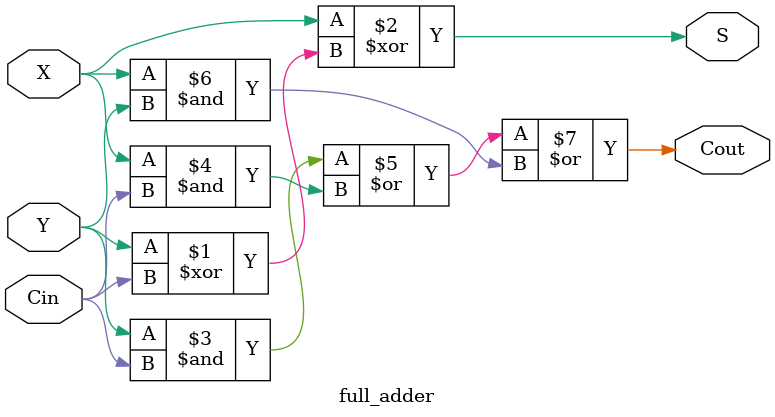
<source format=v>
module full_adder(Cin, X, Y, S, Cout);
input Cin, X, Y;
output Cout, S;
assign S = X ^ (Y ^ Cin);
assign Cout = (Y & Cin) | (X & Cin) | (X & Y);
endmodule

</source>
